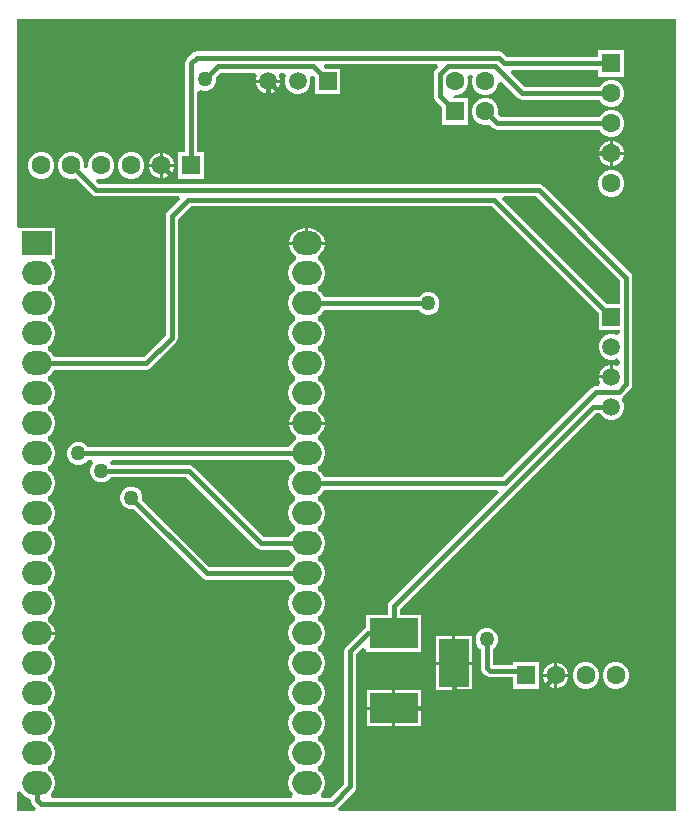
<source format=gbl>
G04*
G04 #@! TF.GenerationSoftware,Altium Limited,Altium Designer,24.4.1 (13)*
G04*
G04 Layer_Physical_Order=2*
G04 Layer_Color=16711680*
%FSLAX25Y25*%
%MOIN*%
G70*
G04*
G04 #@! TF.SameCoordinates,97D1044A-C35F-4CB3-83FE-F4252C381A68*
G04*
G04*
G04 #@! TF.FilePolarity,Positive*
G04*
G01*
G75*
%ADD10C,0.01575*%
%ADD35R,0.10000X0.16000*%
%ADD36R,0.16000X0.10000*%
%ADD37R,0.05984X0.05984*%
%ADD38C,0.05984*%
%ADD39R,0.05984X0.05984*%
%ADD40C,0.06299*%
%ADD41R,0.06299X0.06299*%
%ADD42R,0.06299X0.06299*%
%ADD43O,0.09843X0.07874*%
%ADD44R,0.09843X0.07874*%
%ADD45C,0.05000*%
G36*
X221746Y1754D02*
X109260D01*
X109209Y1819D01*
X108830Y2935D01*
X114448Y8552D01*
X114891Y9217D01*
X115047Y10000D01*
X115047Y10000D01*
Y54152D01*
X117188Y56293D01*
X118280Y55841D01*
Y54779D01*
X136721D01*
Y67220D01*
X129547D01*
Y69152D01*
X194848Y134453D01*
X196288D01*
X196429Y134114D01*
X197614Y132929D01*
X199162Y132287D01*
X200838D01*
X202386Y132929D01*
X203571Y134114D01*
X204213Y135662D01*
Y137338D01*
X203700Y138575D01*
X203573Y138891D01*
X203948Y140052D01*
X206448Y142552D01*
X206448Y142552D01*
X206891Y143217D01*
X207047Y144000D01*
Y179600D01*
X207047Y179600D01*
X206891Y180383D01*
X206448Y181048D01*
X206448Y181048D01*
X177248Y210248D01*
X176583Y210691D01*
X175800Y210847D01*
X175800Y210847D01*
X29048D01*
X28129Y211767D01*
X28798Y212768D01*
X29131Y212630D01*
X30869D01*
X32475Y213295D01*
X33705Y214525D01*
X34370Y216131D01*
Y217869D01*
X33705Y219475D01*
X32475Y220705D01*
X30869Y221370D01*
X29131D01*
X27525Y220705D01*
X26295Y219475D01*
X25630Y217869D01*
Y216787D01*
X25505Y216651D01*
X24449Y216213D01*
X24370Y216284D01*
Y217869D01*
X23705Y219475D01*
X22475Y220705D01*
X20869Y221370D01*
X19131D01*
X17525Y220705D01*
X16295Y219475D01*
X15630Y217869D01*
Y216131D01*
X16295Y214525D01*
X17525Y213295D01*
X19131Y212630D01*
X20869D01*
X21297Y212807D01*
X26752Y207352D01*
X27417Y206909D01*
X28200Y206753D01*
X55814D01*
X56266Y205662D01*
X52052Y201448D01*
X51609Y200783D01*
X51453Y200000D01*
X51453Y200000D01*
Y160348D01*
X44152Y153047D01*
X14319D01*
X13203Y154718D01*
X12347Y155290D01*
Y156710D01*
X13203Y157282D01*
X14343Y158988D01*
X14743Y161000D01*
X14343Y163012D01*
X13203Y164718D01*
X12347Y165290D01*
Y166710D01*
X13203Y167282D01*
X14343Y168988D01*
X14743Y171000D01*
X14343Y173012D01*
X13203Y174718D01*
X12347Y175290D01*
Y176710D01*
X13203Y177282D01*
X14343Y178988D01*
X14743Y181000D01*
X14343Y183012D01*
X13241Y184661D01*
X13358Y185231D01*
X13544Y185843D01*
X14642D01*
Y196158D01*
X2935D01*
X2358Y196158D01*
X1754Y197088D01*
Y265746D01*
X221746D01*
Y1754D01*
D02*
G37*
G36*
X202953Y178752D02*
Y170713D01*
X198683D01*
X163734Y205662D01*
X164186Y206753D01*
X174952D01*
X202953Y178752D01*
D02*
G37*
G36*
X195787Y167817D02*
Y162287D01*
X202953D01*
Y161048D01*
X201772Y160326D01*
X200838Y160713D01*
X199162D01*
X197614Y160071D01*
X196429Y158886D01*
X195787Y157338D01*
Y155662D01*
X196429Y154114D01*
X197614Y152929D01*
X199162Y152287D01*
X200838D01*
X201772Y152674D01*
X202953Y151952D01*
Y150736D01*
X201772Y150087D01*
X200794Y150492D01*
X200500D01*
Y146500D01*
X200000D01*
Y146000D01*
X196008D01*
Y145706D01*
X196413Y144728D01*
X195764Y143547D01*
X195000D01*
X194217Y143391D01*
X193552Y142948D01*
X193552Y142948D01*
X163652Y113047D01*
X104319D01*
X103203Y114718D01*
X102347Y115290D01*
Y116710D01*
X103203Y117282D01*
X104342Y118988D01*
X104743Y121000D01*
X104342Y123012D01*
X103203Y124718D01*
X102149Y125422D01*
X102147Y126841D01*
X103044Y127441D01*
X104135Y129074D01*
X104419Y130500D01*
X92581D01*
X92865Y129074D01*
X93956Y127441D01*
X94853Y126841D01*
X94851Y125422D01*
X93797Y124718D01*
X92681Y123047D01*
X25579D01*
X25554Y123108D01*
X24508Y124154D01*
X23140Y124721D01*
X21660D01*
X20292Y124154D01*
X19246Y123108D01*
X18679Y121740D01*
Y120260D01*
X19246Y118893D01*
X20292Y117846D01*
X21660Y117280D01*
X23140D01*
X24508Y117846D01*
X25554Y118893D01*
X25579Y118953D01*
X26921D01*
X27410Y117772D01*
X26846Y117208D01*
X26280Y115840D01*
Y114360D01*
X26846Y112993D01*
X27893Y111946D01*
X29260Y111380D01*
X30740D01*
X32107Y111946D01*
X33154Y112993D01*
X33179Y113053D01*
X58352D01*
X81852Y89552D01*
X81852Y89552D01*
X82517Y89109D01*
X83300Y88953D01*
X83300Y88953D01*
X92681D01*
X93797Y87282D01*
X94653Y86710D01*
Y85290D01*
X93797Y84718D01*
X92681Y83047D01*
X66048D01*
X43696Y105400D01*
X43720Y105460D01*
Y106940D01*
X43154Y108308D01*
X42107Y109354D01*
X40740Y109921D01*
X39260D01*
X37892Y109354D01*
X36846Y108308D01*
X36279Y106940D01*
Y105460D01*
X36846Y104093D01*
X37892Y103046D01*
X39260Y102480D01*
X40740D01*
X40800Y102505D01*
X63752Y79552D01*
X63752Y79552D01*
X64417Y79109D01*
X65200Y78953D01*
X92681D01*
X93797Y77282D01*
X94653Y76710D01*
Y75290D01*
X93797Y74718D01*
X92658Y73012D01*
X92257Y71000D01*
X92658Y68988D01*
X93797Y67282D01*
X94653Y66710D01*
Y65290D01*
X93797Y64718D01*
X92658Y63012D01*
X92257Y61000D01*
X92658Y58988D01*
X93797Y57282D01*
X94653Y56710D01*
Y55290D01*
X93797Y54718D01*
X92658Y53012D01*
X92257Y51000D01*
X92658Y48988D01*
X93797Y47282D01*
X94653Y46710D01*
Y45290D01*
X93797Y44718D01*
X92658Y43012D01*
X92257Y41000D01*
X92658Y38988D01*
X93797Y37282D01*
X94653Y36710D01*
Y35290D01*
X93797Y34718D01*
X92658Y33012D01*
X92257Y31000D01*
X92658Y28988D01*
X93797Y27282D01*
X94653Y26710D01*
Y25290D01*
X93797Y24718D01*
X92658Y23012D01*
X92257Y21000D01*
X92658Y18988D01*
X93797Y17282D01*
X94653Y16710D01*
Y15290D01*
X93797Y14718D01*
X92658Y13012D01*
X92257Y11000D01*
X92658Y8988D01*
X93766Y7328D01*
X93665Y6821D01*
X93461Y6147D01*
X13539D01*
X13335Y6821D01*
X13234Y7328D01*
X14343Y8988D01*
X14743Y11000D01*
X14343Y13012D01*
X13203Y14718D01*
X12347Y15290D01*
Y16710D01*
X13203Y17282D01*
X14343Y18988D01*
X14743Y21000D01*
X14343Y23012D01*
X13203Y24718D01*
X12347Y25290D01*
Y26710D01*
X13203Y27282D01*
X14343Y28988D01*
X14743Y31000D01*
X14343Y33012D01*
X13203Y34718D01*
X12347Y35290D01*
Y36710D01*
X13203Y37282D01*
X14343Y38988D01*
X14743Y41000D01*
X14343Y43012D01*
X13203Y44718D01*
X12347Y45290D01*
Y46710D01*
X13203Y47282D01*
X14343Y48988D01*
X14743Y51000D01*
X14343Y53012D01*
X13203Y54718D01*
X12149Y55422D01*
X12147Y56841D01*
X13044Y57441D01*
X14135Y59074D01*
X14419Y60500D01*
X8500D01*
Y61500D01*
X14419D01*
X14135Y62926D01*
X13044Y64559D01*
X12147Y65158D01*
X12149Y66578D01*
X13203Y67282D01*
X14343Y68988D01*
X14743Y71000D01*
X14343Y73012D01*
X13203Y74718D01*
X12347Y75290D01*
Y76710D01*
X13203Y77282D01*
X14343Y78988D01*
X14743Y81000D01*
X14343Y83012D01*
X13203Y84718D01*
X12347Y85290D01*
Y86710D01*
X13203Y87282D01*
X14343Y88988D01*
X14743Y91000D01*
X14343Y93012D01*
X13203Y94718D01*
X12347Y95290D01*
Y96710D01*
X13203Y97282D01*
X14343Y98988D01*
X14743Y101000D01*
X14343Y103012D01*
X13203Y104718D01*
X12347Y105290D01*
Y106710D01*
X13203Y107282D01*
X14343Y108988D01*
X14743Y111000D01*
X14343Y113012D01*
X13203Y114718D01*
X12347Y115290D01*
Y116710D01*
X13203Y117282D01*
X14343Y118988D01*
X14743Y121000D01*
X14343Y123012D01*
X13203Y124718D01*
X12347Y125290D01*
Y126710D01*
X13203Y127282D01*
X14343Y128988D01*
X14743Y131000D01*
X14343Y133012D01*
X13203Y134718D01*
X12347Y135290D01*
Y136710D01*
X13203Y137282D01*
X14343Y138988D01*
X14743Y141000D01*
X14343Y143012D01*
X13203Y144718D01*
X12347Y145290D01*
Y146710D01*
X13203Y147282D01*
X14319Y148953D01*
X45000D01*
X45000Y148953D01*
X45783Y149109D01*
X46448Y149552D01*
X54948Y158052D01*
X54948Y158052D01*
X55391Y158717D01*
X55547Y159500D01*
X55547Y159500D01*
Y199152D01*
X59848Y203453D01*
X160152D01*
X195787Y167817D01*
D02*
G37*
G36*
X93797Y117282D02*
X94653Y116710D01*
Y115290D01*
X93797Y114718D01*
X92658Y113012D01*
X92257Y111000D01*
X92658Y108988D01*
X93797Y107282D01*
X94653Y106710D01*
Y105290D01*
X93797Y104718D01*
X92658Y103012D01*
X92257Y101000D01*
X92658Y98988D01*
X93797Y97282D01*
X94653Y96710D01*
Y95290D01*
X93797Y94718D01*
X92681Y93047D01*
X84148D01*
X60648Y116548D01*
X59983Y116991D01*
X59200Y117147D01*
X59200Y117147D01*
X33509D01*
X33012Y117799D01*
X33534Y118953D01*
X92681D01*
X93797Y117282D01*
D02*
G37*
G36*
X162466Y107862D02*
X126052Y71448D01*
X125609Y70783D01*
X125453Y70000D01*
X125453Y70000D01*
Y67220D01*
X118280D01*
Y62904D01*
X118217Y62891D01*
X117552Y62448D01*
X111552Y56448D01*
X111109Y55783D01*
X110953Y55000D01*
X110953Y55000D01*
Y10848D01*
X106252Y6147D01*
X103539D01*
X103335Y6821D01*
X103234Y7328D01*
X104342Y8988D01*
X104743Y11000D01*
X104342Y13012D01*
X103203Y14718D01*
X102347Y15290D01*
Y16710D01*
X103203Y17282D01*
X104342Y18988D01*
X104743Y21000D01*
X104342Y23012D01*
X103203Y24718D01*
X102347Y25290D01*
Y26710D01*
X103203Y27282D01*
X104342Y28988D01*
X104743Y31000D01*
X104342Y33012D01*
X103203Y34718D01*
X102347Y35290D01*
Y36710D01*
X103203Y37282D01*
X104342Y38988D01*
X104743Y41000D01*
X104342Y43012D01*
X103203Y44718D01*
X102347Y45290D01*
Y46710D01*
X103203Y47282D01*
X104342Y48988D01*
X104743Y51000D01*
X104342Y53012D01*
X103203Y54718D01*
X102347Y55290D01*
Y56710D01*
X103203Y57282D01*
X104342Y58988D01*
X104743Y61000D01*
X104342Y63012D01*
X103203Y64718D01*
X102347Y65290D01*
Y66710D01*
X103203Y67282D01*
X104342Y68988D01*
X104743Y71000D01*
X104342Y73012D01*
X103203Y74718D01*
X102347Y75290D01*
Y76710D01*
X103203Y77282D01*
X104342Y78988D01*
X104743Y81000D01*
X104342Y83012D01*
X103203Y84718D01*
X102347Y85290D01*
Y86710D01*
X103203Y87282D01*
X104342Y88988D01*
X104743Y91000D01*
X104342Y93012D01*
X103203Y94718D01*
X102347Y95290D01*
Y96710D01*
X103203Y97282D01*
X104342Y98988D01*
X104743Y101000D01*
X104342Y103012D01*
X103203Y104718D01*
X102347Y105290D01*
Y106710D01*
X103203Y107282D01*
X104319Y108953D01*
X162014D01*
X162466Y107862D01*
D02*
G37*
G36*
X3797Y7282D02*
X5503Y6142D01*
X6453Y5600D01*
X6609Y4817D01*
X7052Y4152D01*
X8269Y2935D01*
X7891Y1819D01*
X7840Y1754D01*
X1754D01*
Y8214D01*
X2935Y8572D01*
X3797Y7282D01*
D02*
G37*
%LPC*%
G36*
X204370Y255370D02*
X195630D01*
Y253047D01*
X165248D01*
X163895Y254401D01*
X163230Y254844D01*
X162447Y255000D01*
X162447Y255000D01*
X61825D01*
X61825Y255000D01*
X61041Y254844D01*
X60377Y254401D01*
X60377Y254401D01*
X58544Y252568D01*
X58101Y251904D01*
X57945Y251120D01*
X57945Y251120D01*
Y245400D01*
X57945Y245400D01*
X57953Y245360D01*
Y221370D01*
X55630D01*
Y212630D01*
X64370D01*
Y221370D01*
X62047D01*
Y241411D01*
X63228Y242200D01*
X63760Y241980D01*
X65240D01*
X66607Y242546D01*
X67654Y243593D01*
X68221Y244960D01*
Y246440D01*
X68195Y246500D01*
X69648Y247953D01*
X81264D01*
X81913Y246772D01*
X81508Y245794D01*
Y245500D01*
X85500D01*
X89492D01*
Y245794D01*
X89087Y246772D01*
X89736Y247953D01*
X90952D01*
X91674Y246772D01*
X91287Y245838D01*
Y244162D01*
X91929Y242614D01*
X93114Y241429D01*
X94662Y240787D01*
X96338D01*
X97886Y241429D01*
X99071Y242614D01*
X99713Y244162D01*
Y245838D01*
X99441Y246493D01*
X100442Y247162D01*
X101287Y246317D01*
Y240787D01*
X109713D01*
Y249213D01*
X104522D01*
X104124Y249725D01*
X104703Y250906D01*
X141767D01*
X142219Y249815D01*
X141352Y248948D01*
X140909Y248283D01*
X140753Y247500D01*
X140753Y247500D01*
Y240200D01*
X140753Y240200D01*
X140909Y239417D01*
X141352Y238752D01*
X143630Y236475D01*
Y230630D01*
X152370D01*
Y239370D01*
X147284D01*
X147242Y239449D01*
X147950Y240630D01*
X148869D01*
X150475Y241295D01*
X151705Y242525D01*
X152370Y244131D01*
Y245869D01*
X152075Y246581D01*
X152754Y247650D01*
X153246D01*
X153925Y246581D01*
X153630Y245869D01*
Y244131D01*
X154295Y242525D01*
X155525Y241295D01*
X157131Y240630D01*
X158869D01*
X160475Y241295D01*
X161705Y242525D01*
X162370Y244131D01*
Y244464D01*
X163551Y244954D01*
X168952Y239552D01*
X168952Y239552D01*
X169617Y239109D01*
X170400Y238953D01*
X196118D01*
X196295Y238525D01*
X197525Y237295D01*
X199131Y236630D01*
X200869D01*
X202475Y237295D01*
X203705Y238525D01*
X204370Y240131D01*
Y241869D01*
X203705Y243475D01*
X202475Y244705D01*
X200869Y245370D01*
X199131D01*
X197525Y244705D01*
X196295Y243475D01*
X196118Y243047D01*
X171248D01*
X166434Y247862D01*
X166886Y248953D01*
X195630D01*
Y246630D01*
X204370D01*
Y255370D01*
D02*
G37*
G36*
X89492Y244500D02*
X86000D01*
Y241008D01*
X86294D01*
X87761Y241616D01*
X88884Y242739D01*
X89492Y244206D01*
Y244500D01*
D02*
G37*
G36*
X85000D02*
X81508D01*
Y244206D01*
X82116Y242739D01*
X83239Y241616D01*
X84706Y241008D01*
X85000D01*
Y244500D01*
D02*
G37*
G36*
X158869Y239370D02*
X157131D01*
X155525Y238705D01*
X154295Y237475D01*
X153630Y235869D01*
Y234131D01*
X154295Y232525D01*
X155525Y231295D01*
X157131Y230630D01*
X158869D01*
X159298Y230807D01*
X160552Y229552D01*
X160552Y229552D01*
X161217Y229109D01*
X162000Y228953D01*
X196118D01*
X196295Y228525D01*
X197525Y227295D01*
X199131Y226630D01*
X200869D01*
X202475Y227295D01*
X203705Y228525D01*
X204370Y230131D01*
Y231869D01*
X203705Y233475D01*
X202475Y234705D01*
X200869Y235370D01*
X199131D01*
X197525Y234705D01*
X196295Y233475D01*
X196118Y233047D01*
X163081D01*
X162320Y234010D01*
X162370Y234131D01*
Y235869D01*
X161705Y237475D01*
X160475Y238705D01*
X158869Y239370D01*
D02*
G37*
G36*
X200825Y225150D02*
X200500D01*
Y221500D01*
X204150D01*
Y221825D01*
X203518Y223351D01*
X202351Y224518D01*
X200825Y225150D01*
D02*
G37*
G36*
X199500D02*
X199175D01*
X197649Y224518D01*
X196482Y223351D01*
X195850Y221825D01*
Y221500D01*
X199500D01*
Y225150D01*
D02*
G37*
G36*
X50825Y221150D02*
X50500D01*
Y217500D01*
X54150D01*
Y217825D01*
X53518Y219351D01*
X52351Y220518D01*
X50825Y221150D01*
D02*
G37*
G36*
X49500D02*
X49175D01*
X47649Y220518D01*
X46482Y219351D01*
X45850Y217825D01*
Y217500D01*
X49500D01*
Y221150D01*
D02*
G37*
G36*
X204150Y220500D02*
X200500D01*
Y216850D01*
X200825D01*
X202351Y217482D01*
X203518Y218649D01*
X204150Y220175D01*
Y220500D01*
D02*
G37*
G36*
X199500D02*
X195850D01*
Y220175D01*
X196482Y218649D01*
X197649Y217482D01*
X199175Y216850D01*
X199500D01*
Y220500D01*
D02*
G37*
G36*
X54150Y216500D02*
X50500D01*
Y212850D01*
X50825D01*
X52351Y213482D01*
X53518Y214649D01*
X54150Y216175D01*
Y216500D01*
D02*
G37*
G36*
X49500D02*
X45850D01*
Y216175D01*
X46482Y214649D01*
X47649Y213482D01*
X49175Y212850D01*
X49500D01*
Y216500D01*
D02*
G37*
G36*
X40869Y221370D02*
X39131D01*
X37525Y220705D01*
X36295Y219475D01*
X35630Y217869D01*
Y216131D01*
X36295Y214525D01*
X37525Y213295D01*
X39131Y212630D01*
X40869D01*
X42475Y213295D01*
X43705Y214525D01*
X44370Y216131D01*
Y217869D01*
X43705Y219475D01*
X42475Y220705D01*
X40869Y221370D01*
D02*
G37*
G36*
X10869D02*
X9131D01*
X7525Y220705D01*
X6295Y219475D01*
X5630Y217869D01*
Y216131D01*
X6295Y214525D01*
X7525Y213295D01*
X9131Y212630D01*
X10869D01*
X12475Y213295D01*
X13705Y214525D01*
X14370Y216131D01*
Y217869D01*
X13705Y219475D01*
X12475Y220705D01*
X10869Y221370D01*
D02*
G37*
G36*
X200869Y215370D02*
X199131D01*
X197525Y214705D01*
X196295Y213475D01*
X195630Y211869D01*
Y210131D01*
X196295Y208525D01*
X197525Y207295D01*
X199131Y206630D01*
X200869D01*
X202475Y207295D01*
X203705Y208525D01*
X204370Y210131D01*
Y211869D01*
X203705Y213475D01*
X202475Y214705D01*
X200869Y215370D01*
D02*
G37*
G36*
X153500Y60000D02*
X148000D01*
Y51500D01*
X153500D01*
Y60000D01*
D02*
G37*
G36*
X147000D02*
X141500D01*
Y51500D01*
X147000D01*
Y60000D01*
D02*
G37*
G36*
X182325Y51150D02*
X182000D01*
Y47500D01*
X185650D01*
Y47825D01*
X185018Y49351D01*
X183851Y50518D01*
X182325Y51150D01*
D02*
G37*
G36*
X181000D02*
X180675D01*
X179149Y50518D01*
X177982Y49351D01*
X177350Y47825D01*
Y47500D01*
X181000D01*
Y51150D01*
D02*
G37*
G36*
X185650Y46500D02*
X182000D01*
Y42850D01*
X182325D01*
X183851Y43482D01*
X185018Y44649D01*
X185650Y46175D01*
Y46500D01*
D02*
G37*
G36*
X181000D02*
X177350D01*
Y46175D01*
X177982Y44649D01*
X179149Y43482D01*
X180675Y42850D01*
X181000D01*
Y46500D01*
D02*
G37*
G36*
X202369Y51370D02*
X200631D01*
X199025Y50705D01*
X197795Y49475D01*
X197130Y47869D01*
Y46131D01*
X197795Y44525D01*
X199025Y43295D01*
X200631Y42630D01*
X202369D01*
X203975Y43295D01*
X205205Y44525D01*
X205870Y46131D01*
Y47869D01*
X205205Y49475D01*
X203975Y50705D01*
X202369Y51370D01*
D02*
G37*
G36*
X192369D02*
X190631D01*
X189025Y50705D01*
X187795Y49475D01*
X187130Y47869D01*
Y46131D01*
X187795Y44525D01*
X189025Y43295D01*
X190631Y42630D01*
X192369D01*
X193975Y43295D01*
X195205Y44525D01*
X195870Y46131D01*
Y47869D01*
X195205Y49475D01*
X193975Y50705D01*
X192369Y51370D01*
D02*
G37*
G36*
X159240Y62721D02*
X157760D01*
X156393Y62154D01*
X155346Y61107D01*
X154780Y59740D01*
Y58260D01*
X155346Y56893D01*
X156393Y55846D01*
X156453Y55821D01*
Y49512D01*
X156453Y49512D01*
X156609Y48728D01*
X157052Y48064D01*
X157975Y47142D01*
X157975Y47142D01*
X158639Y46698D01*
X159423Y46542D01*
X167130D01*
Y42630D01*
X175870D01*
Y51370D01*
X167130D01*
Y50637D01*
X160547D01*
Y55821D01*
X160608Y55846D01*
X161654Y56893D01*
X162221Y58260D01*
Y59740D01*
X161654Y61107D01*
X160608Y62154D01*
X159240Y62721D01*
D02*
G37*
G36*
X153500Y50500D02*
X148000D01*
Y42000D01*
X153500D01*
Y50500D01*
D02*
G37*
G36*
X147000D02*
X141500D01*
Y42000D01*
X147000D01*
Y50500D01*
D02*
G37*
G36*
X136500Y42000D02*
X128000D01*
Y36500D01*
X136500D01*
Y42000D01*
D02*
G37*
G36*
X127000D02*
X118500D01*
Y36500D01*
X127000D01*
Y42000D01*
D02*
G37*
G36*
X136500Y35500D02*
X128000D01*
Y30000D01*
X136500D01*
Y35500D01*
D02*
G37*
G36*
X127000D02*
X118500D01*
Y30000D01*
X127000D01*
Y35500D01*
D02*
G37*
G36*
X99484Y196034D02*
X99000D01*
Y191500D01*
X104419D01*
X104135Y192926D01*
X103044Y194559D01*
X101411Y195651D01*
X99484Y196034D01*
D02*
G37*
G36*
X98000D02*
X97516D01*
X95589Y195651D01*
X93956Y194559D01*
X92865Y192926D01*
X92581Y191500D01*
X98000D01*
Y196034D01*
D02*
G37*
G36*
X104419Y190500D02*
X92581D01*
X92865Y189074D01*
X93956Y187441D01*
X94853Y186841D01*
X94851Y185422D01*
X93797Y184718D01*
X92658Y183012D01*
X92257Y181000D01*
X92658Y178988D01*
X93797Y177282D01*
X94653Y176710D01*
Y175290D01*
X93797Y174718D01*
X92658Y173012D01*
X92257Y171000D01*
X92658Y168988D01*
X93797Y167282D01*
X94653Y166710D01*
Y165290D01*
X93797Y164718D01*
X92658Y163012D01*
X92257Y161000D01*
X92658Y158988D01*
X93797Y157282D01*
X94653Y156710D01*
Y155290D01*
X93797Y154718D01*
X92658Y153012D01*
X92257Y151000D01*
X92658Y148988D01*
X93797Y147282D01*
X94653Y146710D01*
Y145290D01*
X93797Y144718D01*
X92658Y143012D01*
X92257Y141000D01*
X92658Y138988D01*
X93797Y137282D01*
X94851Y136578D01*
X94853Y135159D01*
X93956Y134559D01*
X92865Y132926D01*
X92581Y131500D01*
X104419D01*
X104135Y132926D01*
X103044Y134559D01*
X102147Y135159D01*
X102149Y136578D01*
X103203Y137282D01*
X104342Y138988D01*
X104743Y141000D01*
X104342Y143012D01*
X103203Y144718D01*
X102347Y145290D01*
Y146710D01*
X103203Y147282D01*
X104342Y148988D01*
X104743Y151000D01*
X104342Y153012D01*
X103203Y154718D01*
X102347Y155290D01*
Y156710D01*
X103203Y157282D01*
X104342Y158988D01*
X104743Y161000D01*
X104342Y163012D01*
X103203Y164718D01*
X102347Y165290D01*
Y166710D01*
X103203Y167282D01*
X104319Y168953D01*
X135821D01*
X135846Y168893D01*
X136892Y167846D01*
X138260Y167280D01*
X139740D01*
X141107Y167846D01*
X142154Y168893D01*
X142720Y170260D01*
Y171740D01*
X142154Y173108D01*
X141107Y174154D01*
X139740Y174721D01*
X138260D01*
X136892Y174154D01*
X135846Y173108D01*
X135821Y173047D01*
X104319D01*
X103203Y174718D01*
X102347Y175290D01*
Y176710D01*
X103203Y177282D01*
X104342Y178988D01*
X104743Y181000D01*
X104342Y183012D01*
X103203Y184718D01*
X102149Y185422D01*
X102147Y186841D01*
X103044Y187441D01*
X104135Y189074D01*
X104419Y190500D01*
D02*
G37*
G36*
X199500Y150492D02*
X199206D01*
X197739Y149884D01*
X196616Y148761D01*
X196008Y147294D01*
Y147000D01*
X199500D01*
Y150492D01*
D02*
G37*
%LPD*%
D10*
X158500Y49512D02*
Y59000D01*
Y49512D02*
X159423Y48589D01*
X169911D01*
X171500Y47000D01*
X147500Y38500D02*
Y41800D01*
X100500Y250000D02*
X105500Y245000D01*
X68800Y250000D02*
X100500D01*
X64500Y245700D02*
X68800Y250000D01*
X145000Y36000D02*
X147500Y38500D01*
X127500Y36000D02*
X145000D01*
X161000Y205500D02*
X200000Y166500D01*
X59000Y205500D02*
X161000D01*
X53500Y200000D02*
X59000Y205500D01*
X53500Y159500D02*
Y200000D01*
X45000Y151000D02*
X53500Y159500D01*
X8500Y151000D02*
X45000D01*
X20000Y217000D02*
X28200Y208800D01*
X175800D01*
X205000Y179600D01*
Y144000D02*
Y179600D01*
X202500Y141500D02*
X205000Y144000D01*
X195000Y141500D02*
X202500D01*
X164500Y111000D02*
X195000Y141500D01*
X98500Y111000D02*
X164500D01*
X22400Y121000D02*
X98500D01*
X142800Y240200D02*
X148000Y235000D01*
X142800Y240200D02*
Y247500D01*
X145458Y250158D01*
X161242D01*
X170400Y241000D01*
X200000D01*
X162000Y231000D02*
X200000D01*
X158000Y235000D02*
X162000Y231000D01*
X147500Y41800D02*
Y51000D01*
Y41800D02*
X176300D01*
X181500Y47000D01*
X119000Y61000D02*
X127500D01*
X113000Y55000D02*
X119000Y61000D01*
X113000Y10000D02*
Y55000D01*
X107100Y4100D02*
X113000Y10000D01*
X10000Y4100D02*
X107100D01*
X8500Y5600D02*
X10000Y4100D01*
X8500Y5600D02*
Y11000D01*
X109500Y221000D02*
X200000D01*
X85500Y245000D02*
X109500Y221000D01*
X60000Y217000D02*
Y245392D01*
X59992Y245400D02*
X60000Y245392D01*
X59992Y245400D02*
Y251120D01*
X61825Y252953D01*
X162447D01*
X164400Y251000D01*
X200000D01*
X83300Y91000D02*
X98500D01*
X59200Y115100D02*
X83300Y91000D01*
X30000Y115100D02*
X59200D01*
X194000Y136500D02*
X200000D01*
X127500Y70000D02*
X194000Y136500D01*
X127500Y61000D02*
Y70000D01*
X98500Y171000D02*
X139000D01*
X65200Y81000D02*
X98500D01*
X40000Y106200D02*
X65200Y81000D01*
X50000Y217000D02*
X55200Y211800D01*
X80000D01*
X85500Y217300D01*
Y245000D01*
D35*
X147500Y51000D02*
D03*
D36*
X127500Y36000D02*
D03*
Y61000D02*
D03*
D37*
X200000Y166500D02*
D03*
D38*
Y156500D02*
D03*
Y146500D02*
D03*
Y136500D02*
D03*
X95500Y245000D02*
D03*
X85500D02*
D03*
D39*
X105500D02*
D03*
D40*
X200000Y211000D02*
D03*
Y221000D02*
D03*
Y231000D02*
D03*
Y241000D02*
D03*
X201500Y47000D02*
D03*
X191500D02*
D03*
X181500D02*
D03*
X10000Y217000D02*
D03*
X20000D02*
D03*
X30000D02*
D03*
X40000D02*
D03*
X50000D02*
D03*
X158000Y235000D02*
D03*
X148000Y245000D02*
D03*
X158000D02*
D03*
D41*
X200000Y251000D02*
D03*
D42*
X171500Y47000D02*
D03*
X60000Y217000D02*
D03*
X148000Y235000D02*
D03*
D43*
X98500Y71000D02*
D03*
Y91000D02*
D03*
Y101000D02*
D03*
Y81000D02*
D03*
Y11000D02*
D03*
Y51000D02*
D03*
Y31000D02*
D03*
Y61000D02*
D03*
Y41000D02*
D03*
Y21000D02*
D03*
X8500Y181000D02*
D03*
Y161000D02*
D03*
Y171000D02*
D03*
Y101000D02*
D03*
Y141000D02*
D03*
Y131000D02*
D03*
Y111000D02*
D03*
Y121000D02*
D03*
Y151000D02*
D03*
X98500Y111000D02*
D03*
Y191000D02*
D03*
Y181000D02*
D03*
Y171000D02*
D03*
Y161000D02*
D03*
Y151000D02*
D03*
Y141000D02*
D03*
Y131000D02*
D03*
Y121000D02*
D03*
X8500Y81000D02*
D03*
Y11000D02*
D03*
Y21000D02*
D03*
Y31000D02*
D03*
Y41000D02*
D03*
Y51000D02*
D03*
Y61000D02*
D03*
Y71000D02*
D03*
Y91000D02*
D03*
D44*
Y191000D02*
D03*
D45*
X158500Y59000D02*
D03*
X64500Y245700D02*
D03*
X22400Y121000D02*
D03*
X30000Y115100D02*
D03*
X139000Y171000D02*
D03*
X40000Y106200D02*
D03*
M02*

</source>
